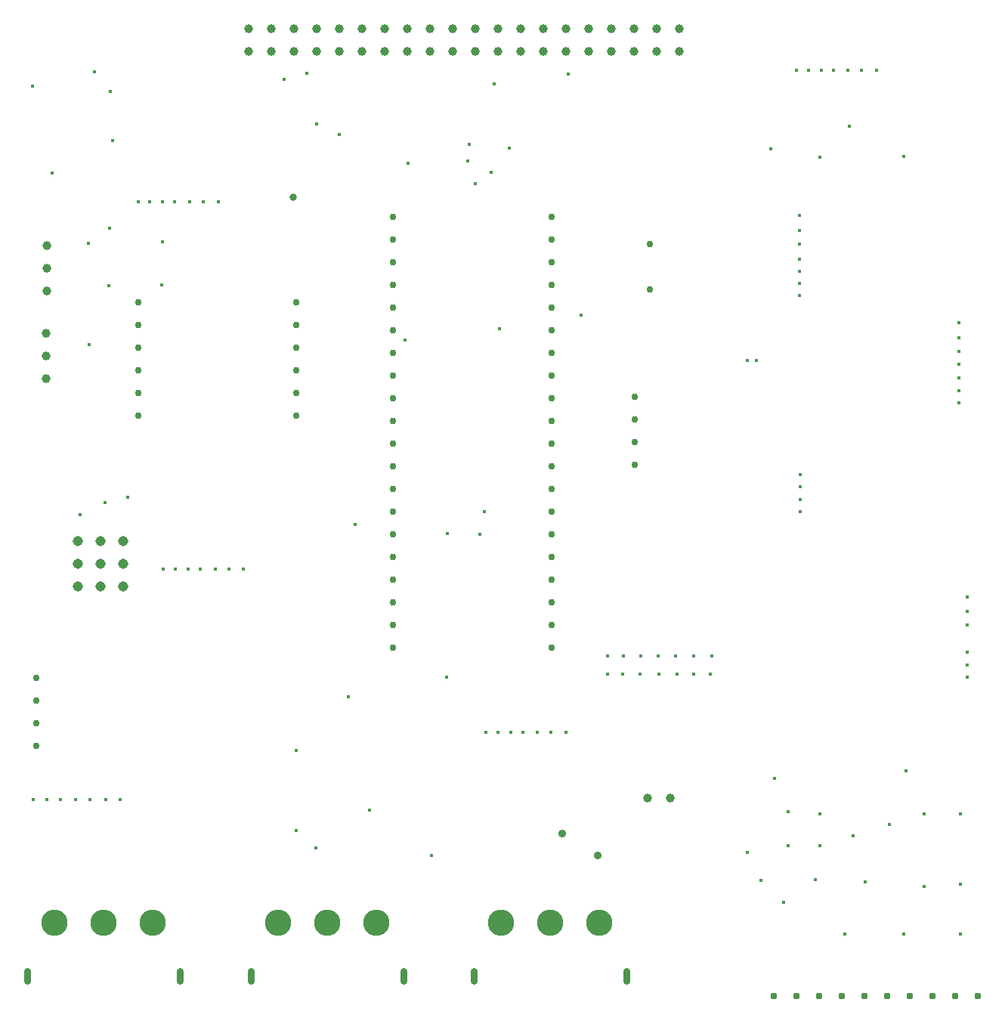
<source format=gbr>
%TF.GenerationSoftware,KiCad,Pcbnew,8.0.1*%
%TF.CreationDate,2024-04-06T23:47:09-04:00*%
%TF.ProjectId,MainBoard1 (1),4d61696e-426f-4617-9264-31202831292e,rev?*%
%TF.SameCoordinates,Original*%
%TF.FileFunction,Plated,1,2,PTH,Mixed*%
%TF.FilePolarity,Positive*%
%FSLAX46Y46*%
G04 Gerber Fmt 4.6, Leading zero omitted, Abs format (unit mm)*
G04 Created by KiCad (PCBNEW 8.0.1) date 2024-04-06 23:47:09*
%MOMM*%
%LPD*%
G01*
G04 APERTURE LIST*
%TA.AperFunction,ViaDrill*%
%ADD10C,0.400000*%
%TD*%
%TA.AperFunction,ComponentDrill*%
%ADD11C,0.762000*%
%TD*%
%TA.AperFunction,ComponentDrill*%
%ADD12C,0.780000*%
%TD*%
%TA.AperFunction,ViaDrill*%
%ADD13C,0.800000*%
%TD*%
G04 aperture for slot hole*
%TA.AperFunction,ComponentDrill*%
%ADD14C,0.800000*%
%TD*%
%TA.AperFunction,ViaDrill*%
%ADD15C,0.900000*%
%TD*%
%TA.AperFunction,ComponentDrill*%
%ADD16C,1.000000*%
%TD*%
%TA.AperFunction,ComponentDrill*%
%ADD17C,1.143000*%
%TD*%
%TA.AperFunction,ComponentDrill*%
%ADD18C,2.950000*%
%TD*%
G04 APERTURE END LIST*
D10*
X62375000Y-50250000D03*
X62450000Y-130200000D03*
X64000000Y-130200000D03*
X64600000Y-60025000D03*
X65550000Y-130200000D03*
X67200000Y-130200000D03*
X67750000Y-98275000D03*
X68650000Y-67900000D03*
X68725000Y-79250000D03*
X68800000Y-130200000D03*
X69350000Y-48650000D03*
X70475000Y-96925000D03*
X70600000Y-130200000D03*
X70925000Y-72600000D03*
X71050000Y-66175000D03*
X71075000Y-50850000D03*
X71375000Y-56400000D03*
X72225000Y-130200000D03*
X73025000Y-96350000D03*
X74200000Y-63200000D03*
X75550000Y-63200000D03*
X76875000Y-72525000D03*
X76950000Y-67700000D03*
X76975000Y-63200000D03*
X77075000Y-104400000D03*
X78325000Y-63200000D03*
X78425000Y-104400000D03*
X79850000Y-104400000D03*
X79975000Y-63200000D03*
X81200000Y-104400000D03*
X81500000Y-63200000D03*
X82850000Y-104400000D03*
X83175000Y-63200000D03*
X84375000Y-104400000D03*
X86050000Y-104400000D03*
X90600000Y-49500000D03*
X91897200Y-124688600D03*
X91897200Y-133680200D03*
X93100000Y-48825000D03*
X94142224Y-135585200D03*
X94208600Y-54508400D03*
X96799400Y-55651400D03*
X97815400Y-118668800D03*
X98526600Y-99364800D03*
X100152200Y-131394200D03*
X104140000Y-78740000D03*
X104495600Y-58928000D03*
X107111800Y-136474200D03*
X108762800Y-116484400D03*
X108839000Y-100380800D03*
X111175800Y-58674000D03*
X111328200Y-56769000D03*
X112000000Y-61225000D03*
X112496600Y-100457000D03*
X113055400Y-97891600D03*
X113200000Y-122675000D03*
X113817400Y-59918600D03*
X114100000Y-49975000D03*
X114550000Y-122675000D03*
X114731800Y-77444600D03*
X115798600Y-57226200D03*
X115975000Y-122675000D03*
X117325000Y-122675000D03*
X118975000Y-122675000D03*
X120500000Y-122675000D03*
X122175000Y-122675000D03*
X122425000Y-48900000D03*
X123875800Y-75920600D03*
X126825000Y-116175000D03*
X126850000Y-114100000D03*
X128550000Y-116175000D03*
X128575000Y-114100000D03*
X130500000Y-116175000D03*
X130525000Y-114100000D03*
X132525000Y-114100000D03*
X132575000Y-116175000D03*
X134425000Y-114100000D03*
X134600000Y-116175000D03*
X136475000Y-114100000D03*
X136475000Y-116175000D03*
X138350000Y-116175000D03*
X138475000Y-114100000D03*
X142494000Y-81026000D03*
X142494000Y-136144000D03*
X143510000Y-81026000D03*
X144018000Y-139229500D03*
X145084800Y-57277000D03*
X145516600Y-127787400D03*
X146558000Y-141732000D03*
X147066000Y-131572000D03*
X147066000Y-135382000D03*
X147975000Y-48525000D03*
X148350000Y-64775000D03*
X148350000Y-66450000D03*
X148350000Y-67975000D03*
X148350000Y-69625000D03*
X148350000Y-70975000D03*
X148350000Y-72400000D03*
X148350000Y-73750000D03*
X148400000Y-93775000D03*
X148400000Y-95125000D03*
X148400000Y-96550000D03*
X148400000Y-97900000D03*
X149325000Y-48525000D03*
X150114000Y-139192000D03*
X150596600Y-58242200D03*
X150622000Y-131826000D03*
X150622000Y-135382000D03*
X150750000Y-48525000D03*
X152100000Y-48525000D03*
X153416000Y-145288000D03*
X153750000Y-48525000D03*
X153879850Y-54781150D03*
X154330400Y-134213600D03*
X155275000Y-48525000D03*
X155702000Y-139446000D03*
X156950000Y-48525000D03*
X158369000Y-133019800D03*
X160020000Y-145288000D03*
X160045400Y-58115200D03*
X160274000Y-127000000D03*
X162306000Y-131826000D03*
X162306000Y-139954000D03*
X166150000Y-81400000D03*
X166150000Y-82950000D03*
X166175000Y-76750000D03*
X166175000Y-78425000D03*
X166175000Y-79950000D03*
X166175000Y-84375000D03*
X166175000Y-85725000D03*
X166370000Y-131826000D03*
X166370000Y-139700000D03*
X166370000Y-145288000D03*
X167150000Y-107475000D03*
X167150000Y-109150000D03*
X167150000Y-110675000D03*
X167150000Y-113675000D03*
X167150000Y-115100000D03*
X167150000Y-116450000D03*
D11*
%TO.C,U7*%
X62792000Y-116562000D03*
X62792000Y-119102000D03*
X62792000Y-121642000D03*
X62792000Y-124182000D03*
%TO.C,U8*%
X74228000Y-74522000D03*
X74228000Y-77062000D03*
X74228000Y-79602000D03*
X74228000Y-82142000D03*
X74228000Y-84682000D03*
X74228000Y-87222000D03*
X91948000Y-74522000D03*
X91948000Y-77062000D03*
X91948000Y-79602000D03*
X91948000Y-82142000D03*
X91948000Y-84682000D03*
X91948000Y-87222000D03*
%TO.C,U2*%
X102805000Y-64897000D03*
X102805000Y-67437000D03*
X102805000Y-69977000D03*
X102805000Y-72517000D03*
X102805000Y-75057000D03*
X102805000Y-77597000D03*
X102805000Y-80137000D03*
X102805000Y-82677000D03*
X102805000Y-85217000D03*
X102805000Y-87757000D03*
X102805000Y-90297000D03*
X102805000Y-92837000D03*
X102805000Y-95377000D03*
X102805000Y-97917000D03*
X102805000Y-100457000D03*
X102805000Y-102997000D03*
X102805000Y-105537000D03*
X102805000Y-108077000D03*
X102805000Y-110617000D03*
X102805000Y-113157000D03*
X120585000Y-64897000D03*
X120585000Y-67437000D03*
X120585000Y-69977000D03*
X120585000Y-72517000D03*
X120585000Y-75057000D03*
X120585000Y-77597000D03*
X120585000Y-80137000D03*
X120585000Y-82677000D03*
X120585000Y-85217000D03*
X120585000Y-87757000D03*
X120585000Y-90297000D03*
X120585000Y-92837000D03*
X120585000Y-95377000D03*
X120585000Y-97917000D03*
X120585000Y-100457000D03*
X120585000Y-102997000D03*
X120585000Y-105537000D03*
X120585000Y-108077000D03*
X120585000Y-110617000D03*
X120585000Y-113157000D03*
%TO.C,U9*%
X129875000Y-85045000D03*
X129875000Y-87585000D03*
X129875000Y-90125000D03*
X129875000Y-92665000D03*
X131575000Y-67965000D03*
X131575000Y-73045000D03*
D12*
%TO.C,J3*%
X145468000Y-152216000D03*
X148008000Y-152216000D03*
X150548000Y-152216000D03*
X153088000Y-152216000D03*
X155628000Y-152216000D03*
X158168000Y-152216000D03*
X160708000Y-152216000D03*
X163248000Y-152216000D03*
X165788000Y-152216000D03*
X168328000Y-152216000D03*
%TD*%
D13*
X91600000Y-62750000D03*
D14*
%TO.C,J2*%
X61828000Y-150536000D02*
X61828000Y-149436000D01*
X78928000Y-150536000D02*
X78928000Y-149436000D01*
X86828000Y-150536000D02*
X86828000Y-149436000D01*
X103928000Y-150536000D02*
X103928000Y-149436000D01*
X111798000Y-150536000D02*
X111798000Y-149436000D01*
X128898000Y-150536000D02*
X128898000Y-149436000D01*
%TD*%
D15*
X121698200Y-133991800D03*
X125755400Y-136474200D03*
D16*
%TO.C,U4*%
X63950000Y-77950000D03*
X63950000Y-80490000D03*
X63950000Y-83030000D03*
%TO.C,U6*%
X63975000Y-68135000D03*
X63975000Y-70675000D03*
X63975000Y-73215000D03*
%TO.C,U5*%
X86639400Y-43865800D03*
X86639400Y-46405800D03*
X89179400Y-43865800D03*
X89179400Y-46405800D03*
X91719400Y-43865800D03*
X91719400Y-46405800D03*
X94259400Y-43865800D03*
X94259400Y-46405800D03*
X96799400Y-43865800D03*
X96799400Y-46405800D03*
X99339400Y-43865800D03*
X99339400Y-46405800D03*
X101879400Y-43865800D03*
X101879400Y-46405800D03*
X104419400Y-43865800D03*
X104419400Y-46405800D03*
X106959400Y-43865800D03*
X106959400Y-46405800D03*
X109499400Y-43865800D03*
X109499400Y-46405800D03*
X112039400Y-43865800D03*
X112039400Y-46405800D03*
X114579400Y-43865800D03*
X114579400Y-46405800D03*
X117119400Y-43865800D03*
X117119400Y-46405800D03*
X119659400Y-43865800D03*
X119659400Y-46405800D03*
X122199400Y-43865800D03*
X122199400Y-46405800D03*
X124739400Y-43865800D03*
X124739400Y-46405800D03*
X127279400Y-43865800D03*
X127279400Y-46405800D03*
X129819400Y-43865800D03*
X129819400Y-46405800D03*
%TO.C,U1*%
X131262200Y-130054200D03*
%TO.C,U5*%
X132359400Y-43865800D03*
X132359400Y-46405800D03*
%TO.C,U1*%
X133802200Y-130054200D03*
%TO.C,U5*%
X134899400Y-43865800D03*
X134899400Y-46405800D03*
D17*
%TO.C,J4*%
X67495000Y-101200000D03*
X67495000Y-103740000D03*
X67495000Y-106280000D03*
X70035000Y-101200000D03*
X70035000Y-103740000D03*
X70035000Y-106280000D03*
X72575000Y-101200000D03*
X72575000Y-103740000D03*
X72575000Y-106280000D03*
D18*
%TO.C,J2*%
X64878000Y-143986000D03*
X70378000Y-143986000D03*
X75878000Y-143986000D03*
X89878000Y-143986000D03*
X95378000Y-143986000D03*
X100878000Y-143986000D03*
X114848000Y-143986000D03*
X120348000Y-143986000D03*
X125848000Y-143986000D03*
M02*

</source>
